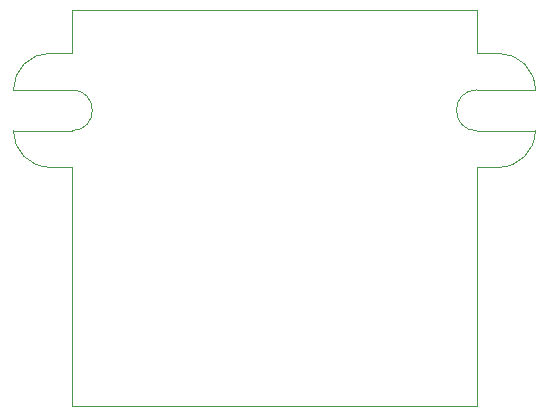
<source format=gbr>
%TF.GenerationSoftware,KiCad,Pcbnew,(5.1.6)-1*%
%TF.CreationDate,2021-07-08T13:54:38-04:00*%
%TF.ProjectId,Turbo-Display-V3-Simple,54757262-6f2d-4446-9973-706c61792d56,rev?*%
%TF.SameCoordinates,Original*%
%TF.FileFunction,Profile,NP*%
%FSLAX46Y46*%
G04 Gerber Fmt 4.6, Leading zero omitted, Abs format (unit mm)*
G04 Created by KiCad (PCBNEW (5.1.6)-1) date 2021-07-08 13:54:38*
%MOMM*%
%LPD*%
G01*
G04 APERTURE LIST*
%TA.AperFunction,Profile*%
%ADD10C,0.050000*%
%TD*%
G04 APERTURE END LIST*
D10*
X120015000Y-88138000D02*
X118160614Y-88138000D01*
X120015000Y-108331000D02*
X120015000Y-88138000D01*
X120015000Y-78486000D02*
X118160614Y-78486000D01*
X120015000Y-74803000D02*
X120015000Y-78486000D01*
X154305000Y-88138000D02*
X156159386Y-88138000D01*
X154305000Y-108331000D02*
X154305000Y-88138000D01*
X154305000Y-78486000D02*
X156159386Y-78486000D01*
X154305000Y-74803000D02*
X154305000Y-78486000D01*
X159258000Y-85039386D02*
G75*
G02*
X156159386Y-88138000I-3098614J0D01*
G01*
X156159386Y-78486000D02*
G75*
G02*
X159258000Y-81584614I0J-3098614D01*
G01*
X118160614Y-88138000D02*
G75*
G02*
X115062000Y-85039386I0J3098614D01*
G01*
X115062000Y-81584614D02*
G75*
G02*
X118160614Y-78486000I3098614J0D01*
G01*
X120015000Y-85039386D02*
X115062000Y-85039386D01*
X120015000Y-81584614D02*
X115062000Y-81584614D01*
X120015000Y-81584614D02*
G75*
G02*
X120015000Y-85039386I0J-1727386D01*
G01*
X154305000Y-85039386D02*
X159258000Y-85039386D01*
X154305000Y-81584614D02*
X159258000Y-81584614D01*
X154305000Y-85039386D02*
G75*
G02*
X154305000Y-81584614I0J1727386D01*
G01*
X120015000Y-74803000D02*
X154305000Y-74803000D01*
X120650000Y-108331000D02*
X120015000Y-108331000D01*
X120650000Y-108331000D02*
X154305000Y-108331000D01*
M02*

</source>
